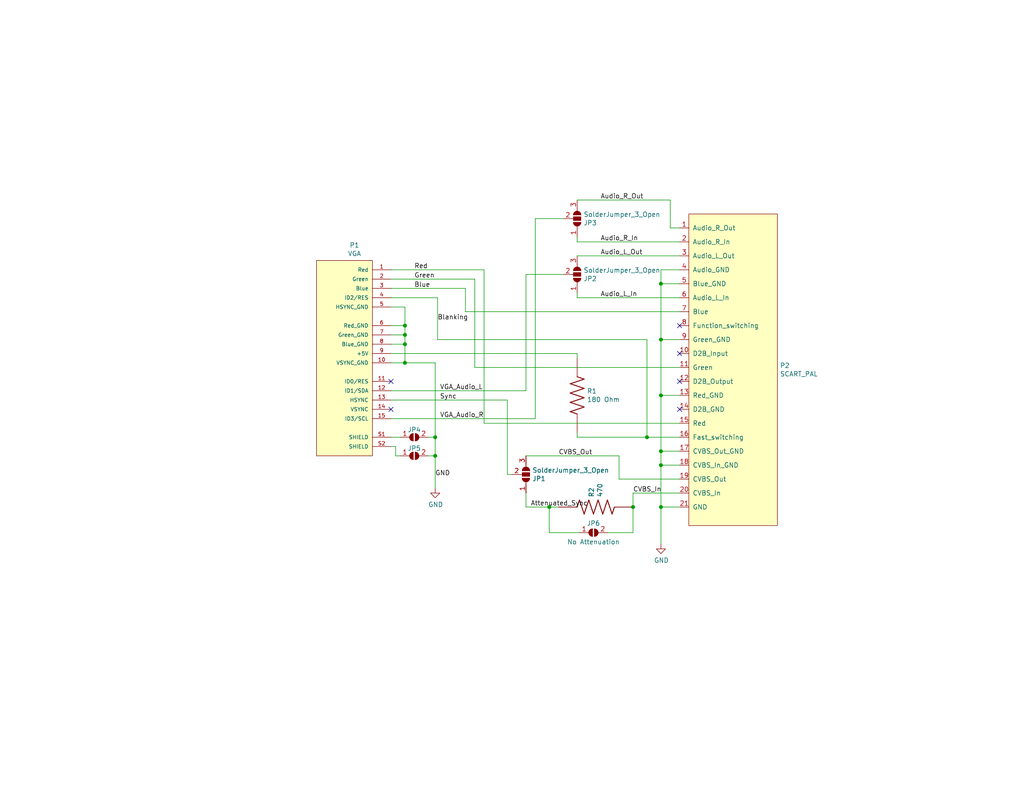
<source format=kicad_sch>
(kicad_sch (version 20211123) (generator eeschema)
  (paper "USLetter")
  (title_block (rev "1") (comment 1 "Designed for OSH Park 2 Layer Prototype"))
  (lib_symbols
    (symbol "Jumper:SolderJumper_2_Open" (pin_names (offset 0) hide)
      (property "Reference" "JP" (at 0 2.032 0))
      (property "Value" "SolderJumper_2_Open" (at 0 -2.54 0))
      (symbol "SolderJumper_2_Open_0_1"
        (arc (start -0.254 1.016) (mid -1.27 0) (end -0.254 -1.016))
        (arc (start -0.254 1.016) (mid -1.27 0) (end -0.254 -1.016) (fill (type outline)))
        (polyline (pts (xy -0.254 1.016) (xy -0.254 -1.016)))
        (polyline (pts (xy 0.254 1.016) (xy 0.254 -1.016)))
        (arc (start 0.254 -1.016) (mid 1.27 0) (end 0.254 1.016))
        (arc (start 0.254 -1.016) (mid 1.27 0) (end 0.254 1.016) (fill (type outline)))
      )
      (symbol "SolderJumper_2_Open_1_1"
        (pin passive line (at -3.81 0 0) (length 2.54) (name "A") (number "1"))
        (pin passive line (at 3.81 0 180) (length 2.54) (name "B") (number "2"))
      )
    )
    (symbol "VGA2SCART-rescue:SolderJumper_3_Open-Jumper" (pin_names (offset 0) hide)
      (property "Reference" "JP" (at -2.54 -2.54 0))
      (property "Value" "SolderJumper_3_Open-Jumper" (at 0 2.794 0))
      (symbol "SolderJumper_3_Open-Jumper_0_1"
        (arc (start -1.016 1.016) (mid -2.032 0) (end -1.016 -1.016))
        (arc (start -1.016 1.016) (mid -2.032 0) (end -1.016 -1.016) (fill (type outline)))
        (rectangle (start -0.508 1.016) (end 0.508 -1.016) (fill (type outline)))
        (polyline (pts (xy -2.54 0) (xy -2.032 0)))
        (polyline (pts (xy -1.016 1.016) (xy -1.016 -1.016)))
        (polyline (pts (xy 0 -1.27) (xy 0 -1.016)))
        (polyline (pts (xy 1.016 1.016) (xy 1.016 -1.016)))
        (polyline (pts (xy 2.54 0) (xy 2.032 0)))
        (arc (start 1.016 -1.016) (mid 2.032 0) (end 1.016 1.016))
        (arc (start 1.016 -1.016) (mid 2.032 0) (end 1.016 1.016) (fill (type outline)))
      )
      (symbol "SolderJumper_3_Open-Jumper_1_1"
        (pin passive line (at -5.08 0 0) (length 2.54) (name "A") (number "1"))
        (pin input line (at 0 -3.81 90) (length 2.54) (name "C") (number "2"))
        (pin passive line (at 5.08 0 180) (length 2.54) (name "B") (number "3"))
      )
    )
    (symbol "VGA2SCART:SCART_PAL" (pin_names (offset 1.016))
      (property "Reference" "P" (at 3.81 2.54 0))
      (property "Value" "SCART_PAL" (at -1.27 13.97 0))
      (symbol "SCART_PAL_0_0"
        (pin passive line (at -2.54 -3.81 0) (length 2.54) (name "Audio_R_Out") (number "1"))
        (pin passive line (at -2.54 -38.1 0) (length 2.54) (name "D2B_Input") (number "10"))
        (pin passive line (at -2.54 -41.91 0) (length 2.54) (name "Green") (number "11"))
        (pin passive line (at -2.54 -45.72 0) (length 2.54) (name "D2B_Output") (number "12"))
        (pin passive line (at -2.54 -49.53 0) (length 2.54) (name "Red_GND") (number "13"))
        (pin passive line (at -2.54 -53.34 0) (length 2.54) (name "D2B_GND") (number "14"))
        (pin passive line (at -2.54 -57.15 0) (length 2.54) (name "Red") (number "15"))
        (pin passive line (at -2.54 -60.96 0) (length 2.54) (name "Fast_switching") (number "16"))
        (pin passive line (at -2.54 -64.77 0) (length 2.54) (name "CVBS_Out_GND") (number "17"))
        (pin passive line (at -2.54 -68.58 0) (length 2.54) (name "CVBS_In_GND") (number "18"))
        (pin passive line (at -2.54 -72.39 0) (length 2.54) (name "CVBS_Out") (number "19"))
        (pin passive line (at -2.54 -7.62 0) (length 2.54) (name "Audio_R_In") (number "2"))
        (pin passive line (at -2.54 -76.2 0) (length 2.54) (name "CVBS_In") (number "20"))
        (pin passive line (at -2.54 -80.01 0) (length 2.54) (name "GND") (number "21"))
        (pin passive line (at -2.54 -11.43 0) (length 2.54) (name "Audio_L_Out") (number "3"))
        (pin passive line (at -2.54 -15.24 0) (length 2.54) (name "Audio_GND") (number "4"))
        (pin passive line (at -2.54 -19.05 0) (length 2.54) (name "Blue_GND") (number "5"))
        (pin passive line (at -2.54 -22.86 0) (length 2.54) (name "Audio_L_In") (number "6"))
        (pin passive line (at -2.54 -26.67 0) (length 2.54) (name "Blue") (number "7"))
        (pin passive line (at -2.54 -30.48 0) (length 2.54) (name "Function_switching") (number "8"))
        (pin passive line (at -2.54 -34.29 0) (length 2.54) (name "Green_GND") (number "9"))
      )
      (symbol "SCART_PAL_0_1"
        (rectangle (start 0 0) (end 24.13 -85.09) (fill (type background)))
      )
    )
    (symbol "VGA2SCART:VGA" (pin_names (offset 1.016))
      (property "Reference" "P" (at -7.62 26.67 0))
      (property "Value" "VGA" (at -8.89 -31.75 0))
      (symbol "VGA_0_0"
        (rectangle (start -7.62 -27.94) (end 7.62 25.4) (stroke (width 0.1524)) (fill (type background)))
        (pin passive line (at -12.7 22.86 0) (length 5.08) (name "Red") (number "1"))
        (pin passive line (at -12.7 -2.54 0) (length 5.08) (name "VSYNC_GND") (number "10"))
        (pin passive line (at -12.7 -7.62 0) (length 5.08) (name "ID0/RES") (number "11"))
        (pin passive line (at -12.7 -10.16 0) (length 5.08) (name "ID1/SDA") (number "12"))
        (pin passive line (at -12.7 -12.7 0) (length 5.08) (name "HSYNC") (number "13"))
        (pin passive line (at -12.7 -15.24 0) (length 5.08) (name "VSYNC") (number "14"))
        (pin passive line (at -12.7 -17.78 0) (length 5.08) (name "ID3/SCL") (number "15"))
        (pin passive line (at -12.7 20.32 0) (length 5.08) (name "Green") (number "2"))
        (pin passive line (at -12.7 17.78 0) (length 5.08) (name "Blue") (number "3"))
        (pin passive line (at -12.7 15.24 0) (length 5.08) (name "ID2/RES") (number "4"))
        (pin passive line (at -12.7 12.7 0) (length 5.08) (name "HSYNC_GND") (number "5"))
        (pin passive line (at -12.7 7.62 0) (length 5.08) (name "Red_GND") (number "6"))
        (pin passive line (at -12.7 5.08 0) (length 5.08) (name "Green_GND") (number "7"))
        (pin passive line (at -12.7 2.54 0) (length 5.08) (name "Blue_GND") (number "8"))
        (pin passive line (at -12.7 0 0) (length 5.08) (name "+5V") (number "9"))
        (pin passive line (at -12.7 -22.86 0) (length 5.08) (name "SHIELD") (number "S1"))
        (pin passive line (at -12.7 -25.4 0) (length 5.08) (name "SHIELD") (number "S2"))
      )
    )
    (symbol "power:GND" (power) (pin_names (offset 0))
      (property "Value" "GND" (at 0 -3.81 0))
      (symbol "GND_0_1"
        (polyline (pts (xy 0 0) (xy 0 -1.27) (xy 1.27 -1.27) (xy 0 -2.54) (xy -1.27 -1.27) (xy 0 -1.27)))
      )
      (symbol "GND_1_1"
        (pin power_in line (at 0 0 270) (length 0) hide (name "GND") (number "1"))
      )
    )
    (symbol "resistor:Resistor_0603" (pin_numbers hide) (pin_names (offset 1.016) hide)
      (property "Reference" "R" (at -7.62 2.54 0))
      (property "Value" "Resistor_0603" (at -7.62 -5.08 0))
      (symbol "Resistor_0603_0_0"
        (polyline (pts (xy -5.08 0) (xy -4.445 1.905)) (stroke (width 0.254)))
        (polyline (pts (xy -4.445 1.905) (xy -3.175 -1.905)) (stroke (width 0.254)))
        (polyline (pts (xy -3.175 -1.905) (xy -1.905 1.905)) (stroke (width 0.254)))
        (polyline (pts (xy -1.905 1.905) (xy -0.635 -1.905)) (stroke (width 0.254)))
        (polyline (pts (xy -0.635 -1.905) (xy 0.635 1.905)) (stroke (width 0.254)))
        (polyline (pts (xy 0.635 1.905) (xy 1.905 -1.905)) (stroke (width 0.254)))
        (polyline (pts (xy 1.905 -1.905) (xy 3.175 1.905)) (stroke (width 0.254)))
        (polyline (pts (xy 3.175 1.905) (xy 4.445 -1.905)) (stroke (width 0.254)))
        (polyline (pts (xy 4.445 -1.905) (xy 5.08 0)) (stroke (width 0.254)))
        (pin passive line (at -10.16 0 0) (length 5.08) (name "~") (number "1"))
        (pin passive line (at 10.16 0 180) (length 5.08) (name "~") (number "2"))
      )
    )
  )
  (junction (at 149.86 138.43))
  (junction (at 176.53 119.38))
  (junction (at 180.34 107.95))
  (junction (at 180.34 123.19))
  (junction (at 110.49 99.06))
  (junction (at 110.49 91.44))
  (junction (at 180.34 127))
  (junction (at 118.745 124.46))
  (junction (at 118.745 119.38))
  (junction (at 110.49 88.9))
  (junction (at 180.34 92.71))
  (junction (at 110.49 93.98))
  (junction (at 172.72 138.43))
  (junction (at 180.34 138.43))
  (junction (at 180.34 77.47))
  (no_connect (at 185.42 88.9))
  (no_connect (at 185.42 96.52))
  (no_connect (at 185.42 104.14))
  (no_connect (at 185.42 111.76))
  (no_connect (at 106.68 104.14))
  (no_connect (at 106.68 111.76))
  (wire (pts (xy 129.54 76.2) (xy 129.54 100.33)))
  (wire (pts (xy 182.88 54.61) (xy 157.48 54.61)))
  (wire (pts (xy 106.68 119.38) (xy 109.22 119.38)))
  (wire (pts (xy 110.49 99.06) (xy 118.745 99.06)))
  (wire (pts (xy 146.05 59.69) (xy 153.67 59.69)))
  (wire (pts (xy 185.42 77.47) (xy 180.34 77.47)))
  (wire (pts (xy 106.68 93.98) (xy 110.49 93.98)))
  (wire (pts (xy 168.91 124.46) (xy 143.51 124.46)))
  (wire (pts (xy 180.34 123.19) (xy 180.34 127)))
  (wire (pts (xy 185.42 138.43) (xy 180.34 138.43)))
  (wire (pts (xy 110.49 88.9) (xy 106.68 88.9)))
  (wire (pts (xy 107.95 124.46) (xy 109.22 124.46)))
  (wire (pts (xy 110.49 93.98) (xy 110.49 99.06)))
  (wire (pts (xy 118.745 119.38) (xy 118.745 124.46)))
  (wire (pts (xy 180.34 107.95) (xy 180.34 123.19)))
  (wire (pts (xy 185.42 73.66) (xy 180.34 73.66)))
  (wire (pts (xy 185.42 127) (xy 180.34 127)))
  (wire (pts (xy 143.51 138.43) (xy 149.86 138.43)))
  (wire (pts (xy 110.49 91.44) (xy 110.49 93.98)))
  (wire (pts (xy 138.43 109.22) (xy 138.43 129.54)))
  (wire (pts (xy 182.88 62.23) (xy 182.88 54.61)))
  (wire (pts (xy 168.91 130.81) (xy 168.91 124.46)))
  (wire (pts (xy 185.42 62.23) (xy 182.88 62.23)))
  (wire (pts (xy 118.745 99.06) (xy 118.745 119.38)))
  (wire (pts (xy 157.48 118.11) (xy 157.48 119.38)))
  (wire (pts (xy 158.115 145.415) (xy 149.86 145.415)))
  (wire (pts (xy 176.53 119.38) (xy 185.42 119.38)))
  (wire (pts (xy 180.34 92.71) (xy 180.34 107.95)))
  (wire (pts (xy 129.54 100.33) (xy 185.42 100.33)))
  (wire (pts (xy 106.68 121.92) (xy 107.95 121.92)))
  (wire (pts (xy 106.68 91.44) (xy 110.49 91.44)))
  (wire (pts (xy 138.43 129.54) (xy 139.7 129.54)))
  (wire (pts (xy 172.72 145.415) (xy 172.72 138.43)))
  (wire (pts (xy 106.68 76.2) (xy 129.54 76.2)))
  (wire (pts (xy 149.86 138.43) (xy 152.4 138.43)))
  (wire (pts (xy 110.49 83.82) (xy 110.49 88.9)))
  (wire (pts (xy 157.48 81.28) (xy 157.48 80.01)))
  (wire (pts (xy 146.05 114.3) (xy 106.68 114.3)))
  (wire (pts (xy 106.68 78.74) (xy 127 78.74)))
  (wire (pts (xy 106.68 73.66) (xy 132.08 73.66)))
  (wire (pts (xy 106.68 99.06) (xy 110.49 99.06)))
  (wire (pts (xy 119.38 81.28) (xy 106.68 81.28)))
  (wire (pts (xy 107.95 121.92) (xy 107.95 124.46)))
  (wire (pts (xy 185.42 134.62) (xy 172.72 134.62)))
  (wire (pts (xy 143.51 74.93) (xy 143.51 106.68)))
  (wire (pts (xy 132.08 73.66) (xy 132.08 115.57)))
  (wire (pts (xy 180.34 127) (xy 180.34 138.43)))
  (wire (pts (xy 106.68 96.52) (xy 157.48 96.52)))
  (wire (pts (xy 106.68 83.82) (xy 110.49 83.82)))
  (wire (pts (xy 176.53 92.71) (xy 119.38 92.71)))
  (wire (pts (xy 185.42 92.71) (xy 180.34 92.71)))
  (wire (pts (xy 185.42 69.85) (xy 157.48 69.85)))
  (wire (pts (xy 185.42 107.95) (xy 180.34 107.95)))
  (wire (pts (xy 118.745 124.46) (xy 118.745 133.35)))
  (wire (pts (xy 143.51 74.93) (xy 153.67 74.93)))
  (wire (pts (xy 110.49 88.9) (xy 110.49 91.44)))
  (wire (pts (xy 146.05 59.69) (xy 146.05 114.3)))
  (wire (pts (xy 185.42 123.19) (xy 180.34 123.19)))
  (wire (pts (xy 149.86 145.415) (xy 149.86 138.43)))
  (wire (pts (xy 127 78.74) (xy 127 85.09)))
  (wire (pts (xy 157.48 96.52) (xy 157.48 97.79)))
  (wire (pts (xy 132.08 115.57) (xy 185.42 115.57)))
  (wire (pts (xy 119.38 92.71) (xy 119.38 81.28)))
  (wire (pts (xy 180.34 77.47) (xy 180.34 92.71)))
  (wire (pts (xy 143.51 106.68) (xy 106.68 106.68)))
  (wire (pts (xy 185.42 130.81) (xy 168.91 130.81)))
  (wire (pts (xy 176.53 119.38) (xy 176.53 92.71)))
  (wire (pts (xy 157.48 66.04) (xy 157.48 64.77)))
  (wire (pts (xy 116.84 119.38) (xy 118.745 119.38)))
  (wire (pts (xy 172.72 138.43) (xy 172.72 134.62)))
  (wire (pts (xy 185.42 66.04) (xy 157.48 66.04)))
  (wire (pts (xy 165.735 145.415) (xy 172.72 145.415)))
  (wire (pts (xy 180.34 73.66) (xy 180.34 77.47)))
  (wire (pts (xy 116.84 124.46) (xy 118.745 124.46)))
  (wire (pts (xy 180.34 138.43) (xy 180.34 148.59)))
  (wire (pts (xy 106.68 109.22) (xy 138.43 109.22)))
  (wire (pts (xy 157.48 119.38) (xy 176.53 119.38)))
  (wire (pts (xy 127 85.09) (xy 185.42 85.09)))
  (wire (pts (xy 143.51 134.62) (xy 143.51 138.43)))
  (wire (pts (xy 185.42 81.28) (xy 157.48 81.28)))
  (label "GND" (at 118.745 130.175 0))
  (label "Attenuated_Sync" (at 144.78 138.43 0))
  (label "VGA_Audio_L" (at 120.015 106.68 0))
  (label "Audio_L_In" (at 163.83 81.28 0))
  (label "Green" (at 113.03 76.2 0))
  (label "Sync" (at 120.015 109.22 0))
  (label "Audio_L_Out" (at 163.83 69.85 0))
  (label "Blanking" (at 119.38 87.63 0))
  (label "Blue" (at 113.03 78.74 0))
  (label "Audio_R_In" (at 163.83 66.04 0))
  (label "Audio_R_Out" (at 163.83 54.61 0))
  (label "CVBS_In" (at 172.72 134.62 0))
  (label "VGA_Audio_R" (at 120.015 114.3 0))
  (label "CVBS_Out" (at 152.4 124.46 0))
  (label "Red" (at 113.03 73.66 0))
  (symbol (lib_id "VGA2SCART:VGA") (at 93.98 96.52 0) (mirror y) (unit 1)
    (property "Reference" "P1" (at 96.7232 66.929 0))
    (property "Value" "VGA" (at 96.7232 69.2404 0))
    (property "Footprint" "VGA2SCART:VGA_female_rightangle_slim" (effects hide))
    (property "MANUFACTURER" "Amphenol" (effects hide))
    (property "MAXIMUM_PACKAGE_HEIGHT" "12.55mm" (effects hide))
    (property "STANDARD" "Manufacturer Recommendations" (effects hide))
    (property "PARTREV" "N/A" (effects hide))
  )
  (symbol (lib_id "VGA2SCART:SCART_PAL") (at 187.96 58.42 0) (unit 1)
    (property "Reference" "P2" (at 212.8012 99.7966 0) (effects (justify left)))
    (property "Value" "SCART_PAL" (at 212.8012 102.108 0) (effects (justify left)))
    (property "Footprint" "VGA2SCART:SCART_Cutdown" (effects hide))
  )
  (symbol (lib_id "VGA2SCART-rescue:SolderJumper_3_Open-Jumper") (at 157.48 59.69 270) (mirror x) (unit 1)
    (property "Reference" "JP3" (at 159.2072 60.8584 90) (effects (justify left)))
    (property "Value" "SolderJumper_3_Open" (at 159.2072 58.547 90) (effects (justify left)))
    (property "Footprint" "Jumper:SolderJumper-3_P1.3mm_Open_RoundedPad1.0x1.5mm" (effects hide))
  )
  (symbol (lib_id "VGA2SCART-rescue:SolderJumper_3_Open-Jumper") (at 157.48 74.93 270) (mirror x) (unit 1)
    (property "Reference" "JP2" (at 159.2072 76.0984 90) (effects (justify left)))
    (property "Value" "SolderJumper_3_Open" (at 159.2072 73.787 90) (effects (justify left)))
    (property "Footprint" "Jumper:SolderJumper-3_P1.3mm_Open_RoundedPad1.0x1.5mm" (effects hide))
  )
  (symbol (lib_id "VGA2SCART-rescue:SolderJumper_3_Open-Jumper") (at 143.51 129.54 270) (mirror x) (unit 1)
    (property "Reference" "JP1" (at 145.2372 130.7084 90) (effects (justify left)))
    (property "Value" "SolderJumper_3_Open" (at 145.2372 128.397 90) (effects (justify left)))
    (property "Footprint" "Jumper:SolderJumper-3_P1.3mm_Open_RoundedPad1.0x1.5mm" (effects hide))
  )
  (symbol (lib_id "power:GND") (at 118.745 133.35 0) (unit 1)
    (property "Reference" "#PWR0101" (effects hide))
    (property "Value" "GND" (at 118.872 137.7442 0))
  )
  (symbol (lib_id "power:GND") (at 180.34 148.59 0) (unit 1)
    (property "Reference" "#PWR0102" (effects hide))
    (property "Value" "GND" (at 180.467 152.9842 0))
  )
  (symbol (lib_id "resistor:Resistor_0603") (at 157.48 107.95 270) (unit 1)
    (property "Reference" "R1" (at 160.147 106.7816 90) (effects (justify left)))
    (property "Value" "180 Ohm" (at 160.147 109.093 90) (effects (justify left)))
    (property "Footprint" "Resistor_SMD:R_0603_1608Metric" (effects hide))
  )
  (symbol (lib_id "resistor:Resistor_0603") (at 162.56 138.43 0) (unit 1)
    (property "Reference" "R2" (at 161.3916 135.763 90) (effects (justify left)))
    (property "Value" "470" (at 163.703 135.763 90) (effects (justify left)))
    (property "Footprint" "Resistor_SMD:R_0603_1608Metric" (effects hide))
  )
  (symbol (lib_id "Jumper:SolderJumper_2_Open") (at 113.03 124.46 0) (unit 1)
    (property "Reference" "JP5" (at 113.03 122.4082 0))
    (property "Value" "SolderJumper_2_Open" (effects hide))
    (property "Footprint" "Jumper:SolderJumper-2_P1.3mm_Open_RoundedPad1.0x1.5mm" (effects hide))
  )
  (symbol (lib_id "Jumper:SolderJumper_2_Open") (at 113.03 119.38 0) (unit 1)
    (property "Reference" "JP4" (at 113.03 117.3282 0))
    (property "Value" "SolderJumper_2_Open" (effects hide))
    (property "Footprint" "Jumper:SolderJumper-2_P1.3mm_Open_RoundedPad1.0x1.5mm" (effects hide))
  )
  (symbol (lib_id "Jumper:SolderJumper_2_Open") (at 161.925 145.415 0) (unit 1)
    (property "Reference" "JP6" (at 161.925 142.875 0))
    (property "Value" "No Attenuation" (at 161.925 147.955 0))
    (property "Footprint" "Jumper:SolderJumper-2_P1.3mm_Open_RoundedPad1.0x1.5mm" (effects hide))
  )
)
</source>
